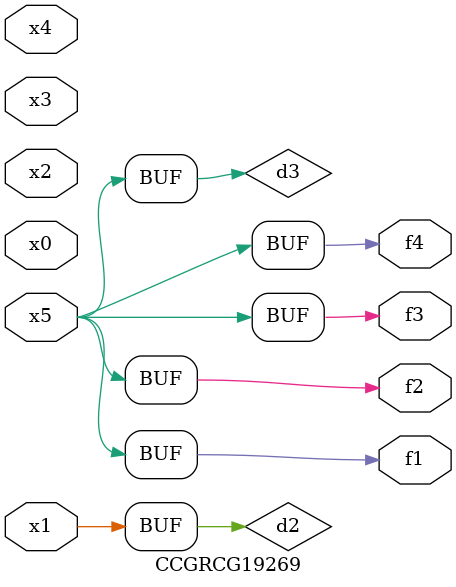
<source format=v>
module CCGRCG19269(
	input x0, x1, x2, x3, x4, x5,
	output f1, f2, f3, f4
);

	wire d1, d2, d3;

	not (d1, x5);
	or (d2, x1);
	xnor (d3, d1);
	assign f1 = d3;
	assign f2 = d3;
	assign f3 = d3;
	assign f4 = d3;
endmodule

</source>
